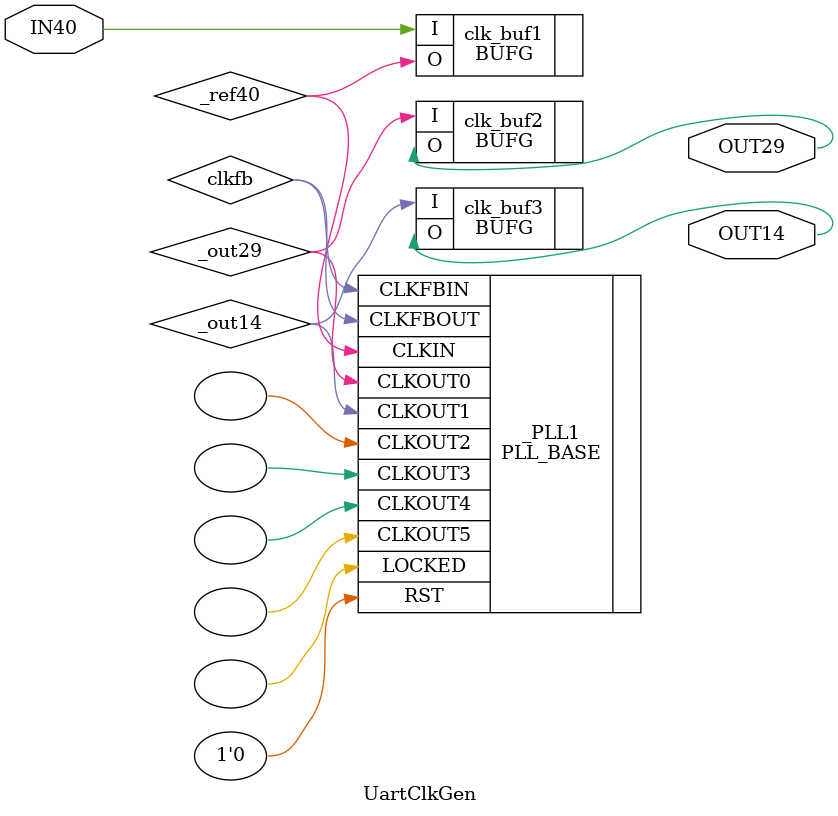
<source format=v>
/* -*- Mode: Verilog; tab-width: 4; indent-tabs-mode: nil; c-basic-offset: 4 -*-   */
/* ex: set filetype=v softtabstop=4 shiftwidth=4 tabstop=4 cindent expandtab:      */

/*******************************************************************************
 *
 * Copyright(C) 2013 ERC CISST, Johns Hopkins University.
 *
 * Module: UART interface for QLA board
 *
 * Purpose: Modules for UART communication
 * 
 * Revision history
 *     10/26/13    Zihan Chen    Initial revision
 */
 
 /**************************************************************
  * NOTE:
  *  - UART: Universal Asynchronous Receive & Transmit
  *  - Hardware Connection
  *       / TX  ----->    RX \
  *    PC                      FPGA 
  *       \ RX  <-----    TX / 
  *    
  *    Chip: USB -> COM  
  *    PC: /dev/ttyUSBx   
  *
  *  - Testing: 
  *     - picocom -b 115200 /dev/ttyUSB0 
  **/

// ---------------------------------------------  
//    1-bit Start 8-bit Data 0-bit Disparity 1-bit Stop 
//    Baud = 115200 
// --------------------------------------------- 


// -----------------------------------------------------------------------------
//  UART Control Module 
//    - 1 Rx Module + 1 Tx Module 
//    - Logical 
//  
//  The rest rx_rdata, rx_wdata, rx_addr will remain the same as 1394 interface. 
//  UART Protocal 
//    - 1 byte: 3-bit cmd + 5-bit data length
//    - 2 byte: 8-bit addr 
//    ------ END READ -------
//    - 3-n write byte
//   
//  Command Table 
//    000: quadlet read
//    001: block read
//    010: quadlet write
//    011: block write
//    100: start UART control
//    101: close UART control 
//  
//  NOTE: by default, system is under 1394 mode. UART mode needs to be switch
//        on/off manually using start/stop UART control cmd 
// 
//  Examples: 
// ------------------------------------------------------------------------------  

module CtrlUart (
    input  wire clk40m,
    input  wire reset,
    input  wire RxD,
    output wire TxD,
    
    // register access
    output reg[15:0] reg_raddr,    // read address to external file
    output reg[15:0] reg_waddr,    // write address to external file
    input  wire[31:0] reg_rdata,   // read data
    input  wire[31:0] reg_wdata,   // write data

    // bus hold for uart 
    output wire uart_mode           // indicate the start of uart mode 
);

    // ------- Reg -------------
    reg[7:0] tx_data;     // data send via UartTx
    wire[7:0] rx_data;     // data received via UartRx
    reg tx_trig;
    wire tx_busy;         // wire for tx_busy signal
    wire rx_int;          // rx interrupt

    // clock module
    wire clk_14_pll;
    wire clk_29_pll;
    reg[3:0] Baud;
    wire BaudClk;

    // processor buffer
    reg[31:0] procBuffer[63:0];
    reg[5:0] procRdInd;
    reg[5:0] procWtInd;
    
    // chipscope
    wire[35:0] control_uart_ctrl;
    wire[35:0] control_uart_tx;
    wire[35:0] control_uart_rx;

    parameter[3:0]
        ST_IDLE = 0,
        ST_RX = 1,
        ST_TX_QUAD = 2;


//-----------------------------------------------------
// hardware description
// ----------------------------------------------------
assign uart_mode = 1'b0;


//-------- Clock -----------
UartClkGen clkgen(
  .IN40(clk40m),
  .OUT14(clk_14_pll),
  .OUT29(clk_29_pll)
  );

// -- Generate BaudClk
always @(posedge clk_29_pll) 
begin
  Baud <= Baud + 1'b1;
end
// buffer the baud rate divider
BUFG clkbaudclk(.I(Baud[3]), .O(BaudClk));

//---------- Tx & Rx Module --------
// tx module
UartTx uart_tx(
  .clkuart(BaudClk),
  .reset(reset),
  .tx_data(tx_data),
  .tx_trig(tx_trig),
  .TxD(TxD),
  .tx_busy(tx_busy),
  .control(control_uart_tx)
  );

// rx module 
UartRx uart_rx(
  .clkuart(BaudClk),
  .reset(reset),
  .RxD(RxD),
  .rx_data(rx_data),
  .rx_int(rx_int),
  .control(control_uart_rx)
  );


// ----------- Control Logic ------------

// echo interface
 always @(posedge(BaudClk) or negedge(reset)) begin
     if (reset == 0) begin
          tx_trig <= 1'b0;  
     end
     else if (rx_int) begin
         tx_trig <= 1'b1;
         tx_data <= rx_data;
     end
     else if (tx_trig == 1'b1) begin
         tx_trig <= 1'b0;   
     end
 end

//always @(posedge(BaudClk) or negedge(reset)) begin
//    if (reset == 0) begin
//
//    end
//    else if (rx_int) begin
//        if (rx_data == `UART_DELIMINATOR) begin
//            procWtInd <= 6'd0;
//            procRdInd <= 6'd0;
//        end
//    end
//end
//
//always @(posedge clk or posedge rst) begin
//  if (rst) begin
//    // reset
//    
//  end
//  else begin
//      case (state)
//
//      ST_IDLE:
//      begin
//          
//      end
//
//      ST_RX:
//      begin
//          
//      end
//
//      ST_TX_QUAD:
//      begin
//          if (tx_busy) begin
//              tx_data <= reg_rdata;
//              tx_trig <= 1'b1;
//          end
//      end
//
//      endcase
//  end
//end


// -------------------
// chipscope
// -------------------
icon_uart icon(
    .CONTROL0(control_uart_ctrl),
    .CONTROL1(control_uart_tx),
    .CONTROL2(control_uart_rx)
);

ila_3_8_8_8 ila_tx(
    .CONTROL(control_uart_ctrl),
    .CLK(clkuart),
    .TRIG0({3'b0}),           // 3-bit
    .TRIG1(rx_data),        // 8-bit
    .TRIG2(rx_data),    // 8-bit
    .TRIG3(tx_data)        // 8-bit
);

endmodule





// ---------------------------------------------
// NOTE on UART data packet 
//   - This is a limited implementation 
//   - Data format
//     - 1 start bit 
//     - 8 data bit 
//     - 0 odd/even parity bit 
//     - 1 stop bit
//   - Baud rate = 115200 bps
// ---------------------------------------------


// ---------------------------------------------  
//  UART Tx Module
//     - Assumption on clkuart 
//        - 115200 x 256 / 16 = 29.491 MHz / 16 = 1.8432 MHz  
//        - input clk should be close enough 
// ---------------------------------------------  
module UartTx (
    input  wire clkuart,          // uart clock 1.8432 MHz (ideal clk)
    input  wire reset,            // reset
    input  wire[7:0] tx_data,     // tx data
    input  wire tx_trig,          // trigger to start

    output reg  TxD,              // UART Tx Data Pin
    output reg tx_busy,           // HIGH when tranxmitting 

    input wire[35:0] control
);

reg[7:0] tx_counter;    // tx time counter
reg[7:0] tx_reg;     // reg to latch tx_data 

// tx_counter 
//    counts from 0x00 -> 0x97, then stop
//    when tx_trig, clear and start counting
 always @(posedge(clkuart) or negedge(reset)) begin
     if (reset == 0) begin
         tx_counter <= 8'h97;    // stop counter
         tx_busy <= 1'b0;  
     end
     else if (tx_trig) begin
         tx_counter <= 8'h00;   // start counting
         tx_reg <= tx_data;     // latch data
         tx_busy <= 1'b1;       // set tx_busy
     end
     else if (tx_counter < 8'h97) begin
         tx_counter <= tx_counter + 1'b1;
     end
     else if (tx_counter == 8'h97) begin
         tx_busy <= 1'b0;       // clear tx_busy
     end
 end

// transmit data out (debug periodically)
//always @(posedge(clkuart) or negedge(reset)) begin
//    if (reset == 0) begin
//        tx_counter <= 8'd0;
//        tx_reg <= 8'd100;
//    end
//    else begin
//        tx_counter <= tx_counter + 1'b1;
//    end
//end



// transmit data out
always @(posedge(clkuart) or negedge(reset)) begin
    if (reset == 0) begin
        TxD <= 1'b1;
    end
    else if (tx_counter[3:0] == 4'h2) begin
        if      (tx_counter[7:4]==4'h0) TxD <= 1'b0;       // start bit
        else if (tx_counter[7:4]==4'h1) TxD <= tx_reg[0];  // data 
        else if (tx_counter[7:4]==4'h2) TxD <= tx_reg[1];  
        else if (tx_counter[7:4]==4'h3) TxD <= tx_reg[2];  
        else if (tx_counter[7:4]==4'h4) TxD <= tx_reg[3];  
        else if (tx_counter[7:4]==4'h5) TxD <= tx_reg[4];  
        else if (tx_counter[7:4]==4'h6) TxD <= tx_reg[5];  
        else if (tx_counter[7:4]==4'h7) TxD <= tx_reg[6];
        else if (tx_counter[7:4]==4'h8) TxD <= tx_reg[7];  
        else                            TxD <= 1'b1;       // stop bit, then idle bus 
    end
end


wire[2:0] tx_status;
assign tx_status = {TxD, tx_busy, tx_trig};

ila_3_8_8_8 ila_tx(
    .CONTROL(control),
    .CLK(clkuart),
    .TRIG0(tx_status),           // 3-bit
    .TRIG1(tx_reg),        // 8-bit
    .TRIG2(tx_counter),    // 8-bit
    .TRIG3(tx_data)        // 8-bit
);

endmodule




// -----------------------------------------------------------------------------  
//  UART Rx Module 
//   - step 1: receive and connect to chipscope 
//   ????? DO I REALLY care if the rx is busy ? 
// -----------------------------------------------------------------------------  
module UartRx (
    input  wire clkuart,           // uart clock 1.8432 MHz (ideal clk)
    input  wire reset,             // reset
    input  wire RxD,               // UART Rx Data Pin 
    output reg[7:0] rx_data,       // rx data, hold till next data byte
    output reg rx_int,             // rx interrupt, rx received

    input wire[35:0] control
);

// ---- Receive Start Detection ---------------
reg rxd0, rxd1, rxd2, rxd3;      // RxD cache for filtering
wire rxd_negedge;  

// if reset sets rxdx to 1, it may false trigger
always @(posedge(clkuart) or negedge(reset)) begin
    if (reset == 0) begin
        rxd0 <= 1'b0; rxd1 <= 1'b0; 
        rxd2 <= 1'b0; rxd3 <= 1'b0;   
    end
    else begin
        rxd0 <= RxD; rxd1 <= rxd0;
        rxd2 <= rxd1; rxd3 <= rxd2;
    end
end

// set rxd_negedge HIGH for 1 clk cycle, if neg edge
assign rxd_negedge = (rxd3 & rxd2 & ~rxd1 & ~rxd0);  

// ----- Receive counter -------------
reg[7:0] rx_counter;    // rx time counter
reg rx_recv;            // uart_rx receiving 

always @(posedge(clkuart) or negedge(reset)) begin
    if (reset == 0) begin
        rx_counter <= 8'h97;    // stop rx_counter
        rx_int <= 1'b0;
        rx_recv <= 1'b0;
    end
    else if (rxd_negedge && ~rx_recv) begin
        rx_counter <= 8'h00;    // start rx counter
        rx_recv <= 1'b1;
        rx_int <= 1'b0;
    end
    else if (rx_counter < 8'h97) begin
        rx_counter <= rx_counter + 1'b1;
    end
    else if (rx_counter == 8'h97) begin
        rx_counter <= rx_counter + 1'b1;
        rx_int <= 1'b1;
    end
    else if (rx_counter == 8'h98) begin
        rx_recv <= 1'b0;
        rx_int <= 1'b0;        // clear 
    end
end

// ----- Latch data --------------------
reg[7:0] rx_reg;        // reg to hold temp rx value

always @(posedge(clkuart) or negedge(reset)) begin
    if (reset == 0) begin
        rx_reg <= 8'h00;        // clear tmp rx_reg
    end
    else if (rx_counter[3:0] == 4'h2) begin                // start bit nothing
        if      (rx_counter[7:4]==4'h1) rx_reg[0] <= RxD;  // data bit 0
        else if (rx_counter[7:4]==4'h2) rx_reg[1] <= RxD;  
        else if (rx_counter[7:4]==4'h3) rx_reg[2] <= RxD;  
        else if (rx_counter[7:4]==4'h4) rx_reg[3] <= RxD;  
        else if (rx_counter[7:4]==4'h5) rx_reg[4] <= RxD;  
        else if (rx_counter[7:4]==4'h6) rx_reg[5] <= RxD;  
        else if (rx_counter[7:4]==4'h7) rx_reg[6] <= RxD;  // data bit 7
        else if (rx_counter[7:4]==4'h8) rx_data <= rx_reg; // latch data to rx_data
    end
end


wire[2:0] rx_status;
assign rx_status = {RxD, rxd_negedge, rx_int};

ila_3_8_8_8 ila_rx(
    .CONTROL(control),
    .CLK(clkuart),
    .TRIG0(rx_status),     // 3-bit
    .TRIG1(rx_reg),        // 8-bit
    .TRIG2(rx_counter),    // 8-bit
    .TRIG3(rx_data)        // 8-bit
);


endmodule





// ---------------------------------------------  
//  UART BAUD Clk Generator 
// ---------------------------------------------  
module UartClkGen (
	input  IN40,    // 40.000 MHz Clock In
	output OUT14,   // 14.476 MHz Clock signal (PLL Generated)
	output OUT29    // 29.491 MHz Clock signal (PLL Generated)
	);

wire clkfb;    // Click feedback
wire _out29;   // 29.491 MHz Clock signal
wire _out14;   // 14.746 MHz Clock signal
wire _ref40;   // 40.000 MHz Clock reference (Input)

//-----------------------------------------------------------------------------
//
// PLL Primitive
//
//   The "Base PLL" primitive has a PLL, a feedback path and 6 clock outputs,
//   each with its own 7 bit divider to generate 6 different output frequencies
//   that are integer division of the PLL frequency. The "Base" PLL provides
//   basic PLL/Clock-Generation capabilities. For detailed information, see
//   Chapter 3, "General Usage Description" section of the Spartan-6 FPGA 
//   Clocking Resource, Xilinx Document # UG382.
//
//   The PLL has a dedicated Feedback Output and Feedback Input. This output
//   must be connected to this input outside the primitive. For applications
//   where the phase relationship between the reference input and the output
//   clock is not critical (present application), this connection can be made
//   in the module. Where this phase relationship is critical, the feedback
//   path can include routing on the FPGA or even off-chip connections.
//
//   The Input/Output of the PLL module are ordinary signals, NOT clocks.
//   These signals must be routed through specialized buffers in order for
//   them to be connected to the global clock buses and be used as clocks.
//
//-----------------------------------------------------------------------------
PLL_BASE # (.BANDWIDTH         ("OPTIMIZED"),
	.CLK_FEEDBACK      ("CLKFBOUT"),
	.COMPENSATION      ("INTERNAL"),
	.DIVCLK_DIVIDE     (1),
            .CLKFBOUT_MULT     (14),        // VCO = 40.000* 14/1 = 560.0000MHz
            .CLKFBOUT_PHASE    (0.000),
            .CLKOUT0_DIVIDE    (  19  ),    // CLK0 = 560.00/19 = 29.474
            .CLKOUT0_PHASE     (  0.00),
            .CLKOUT0_DUTY_CYCLE(  0.50),
            .CLKOUT1_DIVIDE    (  38  ),    // CLK1 = 560.00/38 = 14.737
            .CLKOUT1_PHASE     (  0.00),
            .CLKOUT1_DUTY_CYCLE(  0.50),
            .CLKOUT2_DIVIDE    (  32  ),    // Unused Output. The divider still needs a
            .CLKOUT3_DIVIDE    (  32  ),    //    reasonable value because the clock is
            .CLKOUT4_DIVIDE    (  32  ),    //    still being generated even if unconnected.
            .CLKOUT5_DIVIDE    (  32  ))    //
_PLL1 (     .CLKFBOUT          (clkfb),     // The FB-Out is connected to FB-In inside
            .CLKFBIN           (clkfb),     //    the module.
            .CLKIN             (_ref40),    // 40.00 MHz reference clock
            .CLKOUT0           (_out29),    // 29.49 MHz Output signal
            .CLKOUT1           (_out14),    // 14.75 MHz Output signal
            .CLKOUT2           (),          // Unused outputs
            .CLKOUT3           (),          //
            .CLKOUT4           (),          //
            .CLKOUT5           (),          //
            .LOCKED            (),          //
            .RST               (1'b0));     // Reset Disable



//-----------------------------------------------------------------------------
//
// Input/Output Buffering
//
//   The Inputs/Outputs of the PLL module are regular signals, NOT clocks.
//
//   The output signals have to connected to BUFG buffers, which are among the
//   specialized primitives that can drive the global clock lines.
//
//   Similarly, an external reference clock connected to a clock pin on the
//   FPGA needs to be routed through an IBUFG primitive to get an ordinary
//   signal that can be used by the PLL Module
//
//-----------------------------------------------------------------------------
BUFG  clk_buf1 (.I(IN40),    .O(_ref40));
BUFG  clk_buf2 (.I(_out29),  .O(OUT29 ));
BUFG  clk_buf3 (.I(_out14),  .O(OUT14 ));

endmodule  // UartClkGen 


</source>
